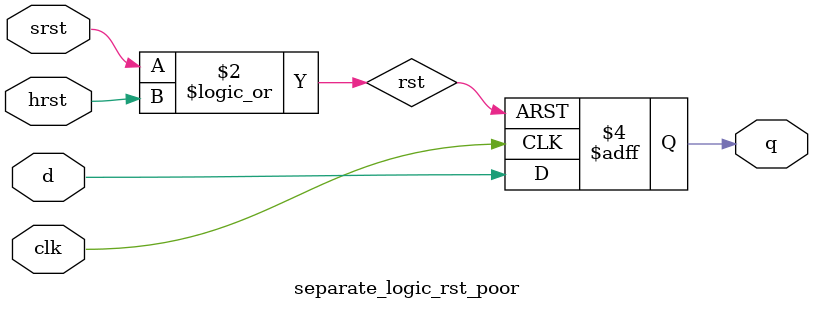
<source format=sv>
module separate_logic_rst_poor
(
  input logic clk,
  input logic srst,
  input logic hrst,
  input logic d,
  output logic q
); 

  logic rst;

  always_comb begin
    rst = srst || hrst;
  end

  always_ff @(posedge clk, posedge rst) begin
    if (rst) begin
      q <= '0;
    end else begin
      q <= d;
    end
  end
endmodule

</source>
